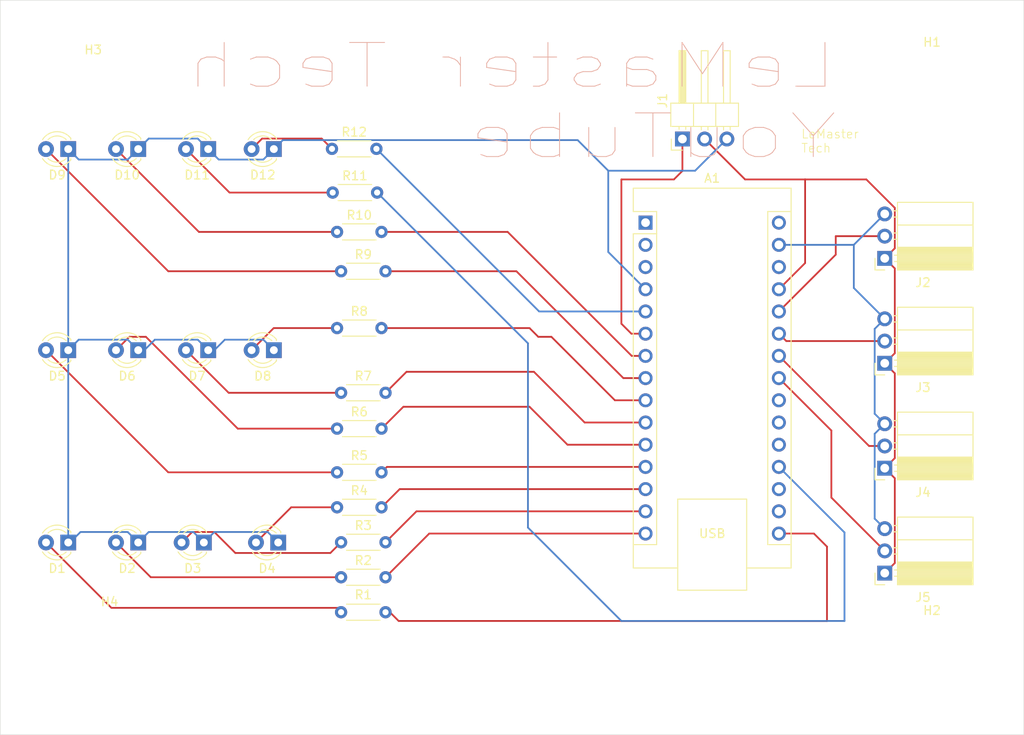
<source format=kicad_pcb>
(kicad_pcb (version 20240108) (generator "pcbnew") (generator_version "8.0")
  (layers (0 "F.Cu" signal) (31 "B.Cu" signal) (34 "B.Paste" user) (35 "F.Paste" user) (36 "B.SilkS" user "B.Silkscreen") (37 "F.SilkS" user "F.Silkscreen") (38 "B.Mask" user) (39 "F.Mask" user) (44 "Edge.Cuts" user))
  (net 0 "")
  (net 3 "Net-(D1-K)")
  (net 4 "Net-(A1-D11)")
  (net 5 "Net-(A1-D7)")
  (net 6 "Net-(A1-D6)")
  (net 7 "Net-(A1-D10)")
  (net 8 "Net-(A1-~{RESET}-Pad28)")
  (net 9 "Net-(A1-A4)")
  (net 10 "Net-(A1-A0)")
  (net 12 "Net-(A1-+5V)")
  (net 13 "Net-(A1-D4)")
  (net 15 "Net-(A1-A7)")
  (net 16 "Net-(A1-D8)")
  (net 17 "Net-(A1-A5)")
  (net 18 "Net-(A1-D13)")
  (net 20 "Net-(A1-D9)")
  (net 21 "Net-(A1-D3)")
  (net 23 "Net-(A1-D2)")
  (net 24 "Net-(A1-D5)")
  (net 25 "Net-(A1-D12)")
  (net 28 "Net-(A1-A6)")
  (net 29 "Net-(J2-Pin_3)")
  (net 30 "Net-(D1-A)")
  (net 31 "Net-(D2-A)")
  (net 32 "Net-(D3-A)")
  (net 33 "Net-(D4-A)")
  (net 34 "Net-(D5-A)")
  (net 35 "Net-(D6-A)")
  (net 36 "Net-(D7-A)")
  (net 37 "Net-(D8-A)")
  (net 38 "Net-(D9-A)")
  (net 39 "Net-(D10-A)")
  (net 40 "Net-(D11-A)")
  (net 41 "Net-(D12-A)")
  (footprint "Connector_PinSocket_2.54mm:PinSocket_1x03_P2.54mm_Horizontal" (layer "F.Cu") (at 160.6 98.025 180)
    (property "Reference" "J5" (at -4.38 -2.77 180) (layer "F.SilkS"))
    (property "Value" "Conn_01x03_Socket")
    (pad "1" thru_hole rect (at 0 0 180) (size 1.7 1.7) (drill 1) (layers "*.Cu" "*.Mask") (net 12 "Net-(A1-+5V)"))
    (pad "2" thru_hole oval (at 0 2.54 180) (size 1.7 1.7) (drill 1) (layers "*.Cu" "*.Mask") (net 9 "Net-(A1-A4)"))
    (pad "3" thru_hole oval (at 0 5.08 180) (size 1.7 1.7) (drill 1) (layers "*.Cu" "*.Mask") (net 29 "Net-(J2-Pin_3)"))
  )
  (footprint "LED_THT:LED_D3.0mm" (layer "F.Cu") (at 75.275 94.525 180)
    (property "Reference" "D2" (at 1.27 -2.96 180) (layer "F.SilkS"))
    (property "Value" "RED LED")
    (pad "1" thru_hole rect (at 0 0 180) (size 1.8 1.8) (drill 0.9) (layers "*.Cu" "*.Mask") (net 3 "Net-(D1-K)"))
    (pad "2" thru_hole circle (at 2.54 0 180) (size 1.8 1.8) (drill 0.9) (layers "*.Cu" "*.Mask") (net 31 "Net-(D2-A)"))
  )
  (footprint "LED_THT:LED_D3.0mm" (layer "F.Cu") (at 67.275 72.525 180)
    (property "Reference" "D5" (at 1.27 -2.96 180) (layer "F.SilkS"))
    (property "Value" "GREEN LED")
    (pad "1" thru_hole rect (at 0 0 180) (size 1.8 1.8) (drill 0.9) (layers "*.Cu" "*.Mask") (net 3 "Net-(D1-K)"))
    (pad "2" thru_hole circle (at 2.54 0 180) (size 1.8 1.8) (drill 0.9) (layers "*.Cu" "*.Mask") (net 34 "Net-(D5-A)"))
  )
  (footprint "LED_THT:LED_D3.0mm" (layer "F.Cu") (at 67.275 94.525 180)
    (property "Reference" "D1" (at 1.27 -2.96 180) (layer "F.SilkS"))
    (property "Value" "RED LED")
    (pad "1" thru_hole rect (at 0 0 180) (size 1.8 1.8) (drill 0.9) (layers "*.Cu" "*.Mask") (net 3 "Net-(D1-K)"))
    (pad "2" thru_hole circle (at 2.54 0 180) (size 1.8 1.8) (drill 0.9) (layers "*.Cu" "*.Mask") (net 30 "Net-(D1-A)"))
  )
  (footprint "Resistor_THT:R_Axial_DIN0204_L3.6mm_D1.6mm_P5.08mm_Horizontal" (layer "F.Cu") (at 97.42 49.5)
    (property "Reference" "R12" (at 2.54 -1.92 0) (layer "F.SilkS"))
    (property "Value" "220")
    (pad "1" thru_hole circle (at 0 0) (size 1.4 1.4) (drill 0.7) (layers "*.Cu" "*.Mask") (net 41 "Net-(D12-A)"))
    (pad "2" thru_hole oval (at 5.08 0) (size 1.4 1.4) (drill 0.7) (layers "*.Cu" "*.Mask") (net 23 "Net-(A1-D2)"))
  )
  (footprint "Resistor_THT:R_Axial_DIN0204_L3.6mm_D1.6mm_P5.08mm_Horizontal" (layer "F.Cu") (at 98 86.5)
    (property "Reference" "R5" (at 2.54 -1.92 0) (layer "F.SilkS"))
    (property "Value" "220")
    (pad "1" thru_hole circle (at 0 0) (size 1.4 1.4) (drill 0.7) (layers "*.Cu" "*.Mask") (net 34 "Net-(D5-A)"))
    (pad "2" thru_hole oval (at 5.08 0) (size 1.4 1.4) (drill 0.7) (layers "*.Cu" "*.Mask") (net 20 "Net-(A1-D9)"))
  )
  (footprint "Resistor_THT:R_Axial_DIN0204_L3.6mm_D1.6mm_P5.08mm_Horizontal" (layer "F.Cu") (at 98 59)
    (property "Reference" "R10" (at 2.54 -1.92 0) (layer "F.SilkS"))
    (property "Value" "220")
    (pad "1" thru_hole circle (at 0 0) (size 1.4 1.4) (drill 0.7) (layers "*.Cu" "*.Mask") (net 39 "Net-(D10-A)"))
    (pad "2" thru_hole oval (at 5.08 0) (size 1.4 1.4) (drill 0.7) (layers "*.Cu" "*.Mask") (net 13 "Net-(A1-D4)"))
  )
  (footprint "Resistor_THT:R_Axial_DIN0204_L3.6mm_D1.6mm_P5.08mm_Horizontal" (layer "F.Cu") (at 98.46 63.5)
    (property "Reference" "R9" (at 2.54 -1.92 0) (layer "F.SilkS"))
    (property "Value" "220")
    (pad "1" thru_hole circle (at 0 0) (size 1.4 1.4) (drill 0.7) (layers "*.Cu" "*.Mask") (net 38 "Net-(D9-A)"))
    (pad "2" thru_hole oval (at 5.08 0) (size 1.4 1.4) (drill 0.7) (layers "*.Cu" "*.Mask") (net 24 "Net-(A1-D5)"))
  )
  (footprint "LED_THT:LED_D3.0mm" (layer "F.Cu") (at 75.275 49.525 180)
    (property "Reference" "D10" (at 1.27 -2.96 180) (layer "F.SilkS"))
    (property "Value" "WHITE LED")
    (pad "1" thru_hole rect (at 0 0 180) (size 1.8 1.8) (drill 0.9) (layers "*.Cu" "*.Mask") (net 3 "Net-(D1-K)"))
    (pad "2" thru_hole circle (at 2.54 0 180) (size 1.8 1.8) (drill 0.9) (layers "*.Cu" "*.Mask") (net 39 "Net-(D10-A)"))
  )
  (footprint "LED_THT:LED_D3.0mm" (layer "F.Cu") (at 91.275 94.525 180)
    (property "Reference" "D4" (at 1.27 -2.96 180) (layer "F.SilkS"))
    (property "Value" "RED LED")
    (pad "1" thru_hole rect (at 0 0 180) (size 1.8 1.8) (drill 0.9) (layers "*.Cu" "*.Mask") (net 3 "Net-(D1-K)"))
    (pad "2" thru_hole circle (at 2.54 0 180) (size 1.8 1.8) (drill 0.9) (layers "*.Cu" "*.Mask") (net 33 "Net-(D4-A)"))
  )
  (footprint "LED_THT:LED_D3.0mm" (layer "F.Cu") (at 90.775 72.525 180)
    (property "Reference" "D8" (at 1.27 -2.96 180) (layer "F.SilkS"))
    (property "Value" "GREEN LED")
    (pad "1" thru_hole rect (at 0 0 180) (size 1.8 1.8) (drill 0.9) (layers "*.Cu" "*.Mask") (net 3 "Net-(D1-K)"))
    (pad "2" thru_hole circle (at 2.54 0 180) (size 1.8 1.8) (drill 0.9) (layers "*.Cu" "*.Mask") (net 37 "Net-(D8-A)"))
  )
  (footprint "Connector_PinHeader_2.54mm:PinHeader_1x03_P2.54mm_Horizontal" (layer "F.Cu") (at 137.475 48.375 90)
    (property "Reference" "J1" (at 4.385 -2.27 -90) (layer "F.SilkS"))
    (property "Value" "Conn_01x03_Pin")
    (pad "1" thru_hole rect (at 0 0 90) (size 1.7 1.7) (drill 1) (layers "*.Cu" "*.Mask") (net 21 "Net-(A1-D3)"))
    (pad "2" thru_hole oval (at 0 2.54 90) (size 1.7 1.7) (drill 1) (layers "*.Cu" "*.Mask") (net 12 "Net-(A1-+5V)"))
    (pad "3" thru_hole oval (at 0 5.08 90) (size 1.7 1.7) (drill 1) (layers "*.Cu" "*.Mask") (net 3 "Net-(D1-K)"))
  )
  (footprint "Connector_PinSocket_2.54mm:PinSocket_1x03_P2.54mm_Horizontal" (layer "F.Cu") (at 160.6 74.025 180)
    (property "Reference" "J3" (at -4.38 -2.77 180) (layer "F.SilkS"))
    (property "Value" "Conn_01x03_Socket")
    (pad "1" thru_hole rect (at 0 0 180) (size 1.7 1.7) (drill 1) (layers "*.Cu" "*.Mask") (net 12 "Net-(A1-+5V)"))
    (pad "2" thru_hole oval (at 0 2.54 180) (size 1.7 1.7) (drill 1) (layers "*.Cu" "*.Mask") (net 28 "Net-(A1-A6)"))
    (pad "3" thru_hole oval (at 0 5.08 180) (size 1.7 1.7) (drill 1) (layers "*.Cu" "*.Mask") (net 29 "Net-(J2-Pin_3)"))
  )
  (footprint "LED_THT:LED_D3.0mm" (layer "F.Cu") (at 82.775 94.525 180)
    (property "Reference" "D3" (at 1.27 -2.96 180) (layer "F.SilkS"))
    (property "Value" "RED LED")
    (pad "1" thru_hole rect (at 0 0 180) (size 1.8 1.8) (drill 0.9) (layers "*.Cu" "*.Mask") (net 3 "Net-(D1-K)"))
    (pad "2" thru_hole circle (at 2.54 0 180) (size 1.8 1.8) (drill 0.9) (layers "*.Cu" "*.Mask") (net 32 "Net-(D3-A)"))
  )
  (footprint "Resistor_THT:R_Axial_DIN0204_L3.6mm_D1.6mm_P5.08mm_Horizontal" (layer "F.Cu") (at 98 90.5)
    (property "Reference" "R4" (at 2.54 -1.92 0) (layer "F.SilkS"))
    (property "Value" "220")
    (pad "1" thru_hole circle (at 0 0) (size 1.4 1.4) (drill 0.7) (layers "*.Cu" "*.Mask") (net 33 "Net-(D4-A)"))
    (pad "2" thru_hole oval (at 5.08 0) (size 1.4 1.4) (drill 0.7) (layers "*.Cu" "*.Mask") (net 7 "Net-(A1-D10)"))
  )
  (footprint "Resistor_THT:R_Axial_DIN0204_L3.6mm_D1.6mm_P5.08mm_Horizontal" (layer "F.Cu") (at 97.5 54.5)
    (property "Reference" "R11" (at 2.54 -1.92 0) (layer "F.SilkS"))
    (property "Value" "220")
    (pad "1" thru_hole circle (at 0 0) (size 1.4 1.4) (drill 0.7) (layers "*.Cu" "*.Mask") (net 40 "Net-(D11-A)"))
    (pad "2" thru_hole oval (at 5.08 0) (size 1.4 1.4) (drill 0.7) (layers "*.Cu" "*.Mask") (net 10 "Net-(A1-A0)"))
  )
  (footprint "MountingHole:MountingHole_3.2mm_M3" (layer "F.Cu") (at 166 41.5)
    (property "Reference" "H1" (at 0 -4.2 0) (layer "F.SilkS"))
    (property "Value" "MountingHole")
    (pad "" np_thru_hole circle (at 0 0) (size 3.2 3.2) (drill 3.2) (layers "*.Cu" "*.Mask"))
  )
  (footprint "LED_THT:LED_D3.0mm" (layer "F.Cu") (at 83.275 49.525 180)
    (property "Reference" "D11" (at 1.27 -2.96 180) (layer "F.SilkS"))
    (property "Value" "WHITE LED")
    (pad "1" thru_hole rect (at 0 0 180) (size 1.8 1.8) (drill 0.9) (layers "*.Cu" "*.Mask") (net 3 "Net-(D1-K)"))
    (pad "2" thru_hole circle (at 2.54 0 180) (size 1.8 1.8) (drill 0.9) (layers "*.Cu" "*.Mask") (net 40 "Net-(D11-A)"))
  )
  (footprint "LED_THT:LED_D3.0mm" (layer "F.Cu") (at 90.775 49.525 180)
    (property "Reference" "D12" (at 1.27 -2.96 180) (layer "F.SilkS"))
    (property "Value" "WHITE LED")
    (pad "1" thru_hole rect (at 0 0 180) (size 1.8 1.8) (drill 0.9) (layers "*.Cu" "*.Mask") (net 3 "Net-(D1-K)"))
    (pad "2" thru_hole circle (at 2.54 0 180) (size 1.8 1.8) (drill 0.9) (layers "*.Cu" "*.Mask") (net 41 "Net-(D12-A)"))
  )
  (footprint "Connector_PinSocket_2.54mm:PinSocket_1x03_P2.54mm_Horizontal" (layer "F.Cu") (at 160.6 62.025 180)
    (property "Reference" "J2" (at -4.38 -2.77 180) (layer "F.SilkS"))
    (property "Value" "Conn_01x03_Socket")
    (pad "1" thru_hole rect (at 0 0 180) (size 1.7 1.7) (drill 1) (layers "*.Cu" "*.Mask") (net 12 "Net-(A1-+5V)"))
    (pad "2" thru_hole oval (at 0 2.54 180) (size 1.7 1.7) (drill 1) (layers "*.Cu" "*.Mask") (net 15 "Net-(A1-A7)"))
    (pad "3" thru_hole oval (at 0 5.08 180) (size 1.7 1.7) (drill 1) (layers "*.Cu" "*.Mask") (net 29 "Net-(J2-Pin_3)"))
  )
  (footprint "Module:Arduino_Nano" (layer "F.Cu") (at 133.26 57.94)
    (property "Reference" "A1" (at 7.62 -5.08 0) (layer "F.SilkS"))
    (property "Value" "Arduino_Nano_v3.x")
    (fp_text user "USB" (at 7.62 35.56 0) (layer "F.SilkS"))
    (pad "1" thru_hole rect (at 0 0) (size 1.6 1.6) (drill 1) (layers "*.Cu" "*.Mask"))
    (pad "2" thru_hole oval (at 0 2.54) (size 1.6 1.6) (drill 1) (layers "*.Cu" "*.Mask"))
    (pad "3" thru_hole oval (at 0 5.08) (size 1.6 1.6) (drill 1) (layers "*.Cu" "*.Mask") (net 8 "Net-(A1-~{RESET}-Pad28)"))
    (pad "4" thru_hole oval (at 0 7.62) (size 1.6 1.6) (drill 1) (layers "*.Cu" "*.Mask") (net 3 "Net-(D1-K)"))
    (pad "5" thru_hole oval (at 0 10.16) (size 1.6 1.6) (drill 1) (layers "*.Cu" "*.Mask") (net 23 "Net-(A1-D2)"))
    (pad "6" thru_hole oval (at 0 12.7) (size 1.6 1.6) (drill 1) (layers "*.Cu" "*.Mask") (net 21 "Net-(A1-D3)"))
    (pad "7" thru_hole oval (at 0 15.24) (size 1.6 1.6) (drill 1) (layers "*.Cu" "*.Mask") (net 13 "Net-(A1-D4)"))
    (pad "8" thru_hole oval (at 0 17.78) (size 1.6 1.6) (drill 1) (layers "*.Cu" "*.Mask") (net 24 "Net-(A1-D5)"))
    (pad "9" thru_hole oval (at 0 20.32) (size 1.6 1.6) (drill 1) (layers "*.Cu" "*.Mask") (net 6 "Net-(A1-D6)"))
    (pad "10" thru_hole oval (at 0 22.86) (size 1.6 1.6) (drill 1) (layers "*.Cu" "*.Mask") (net 5 "Net-(A1-D7)"))
    (pad "11" thru_hole oval (at 0 25.4) (size 1.6 1.6) (drill 1) (layers "*.Cu" "*.Mask") (net 16 "Net-(A1-D8)"))
    (pad "12" thru_hole oval (at 0 27.94) (size 1.6 1.6) (drill 1) (layers "*.Cu" "*.Mask") (net 20 "Net-(A1-D9)"))
    (pad "13" thru_hole oval (at 0 30.48) (size 1.6 1.6) (drill 1) (layers "*.Cu" "*.Mask") (net 7 "Net-(A1-D10)"))
    (pad "14" thru_hole oval (at 0 33.02) (size 1.6 1.6) (drill 1) (layers "*.Cu" "*.Mask") (net 4 "Net-(A1-D11)"))
    (pad "15" thru_hole oval (at 0 35.56) (size 1.6 1.6) (drill 1) (layers "*.Cu" "*.Mask") (net 25 "Net-(A1-D12)"))
    (pad "16" thru_hole oval (at 15.24 35.56) (size 1.6 1.6) (drill 1) (layers "*.Cu" "*.Mask") (net 18 "Net-(A1-D13)"))
    (pad "17" thru_hole oval (at 15.24 33.02) (size 1.6 1.6) (drill 1) (layers "*.Cu" "*.Mask"))
    (pad "18" thru_hole oval (at 15.24 30.48) (size 1.6 1.6) (drill 1) (layers "*.Cu" "*.Mask"))
    (pad "19" thru_hole oval (at 15.24 27.94) (size 1.6 1.6) (drill 1) (layers "*.Cu" "*.Mask") (net 10 "Net-(A1-A0)"))
    (pad "20" thru_hole oval (at 15.24 25.4) (size 1.6 1.6) (drill 1) (layers "*.Cu" "*.Mask"))
    (pad "21" thru_hole oval (at 15.24 22.86) (size 1.6 1.6) (drill 1) (layers "*.Cu" "*.Mask"))
    (pad "22" thru_hole oval (at 15.24 20.32) (size 1.6 1.6) (drill 1) (layers "*.Cu" "*.Mask"))
    (pad "23" thru_hole oval (at 15.24 17.78) (size 1.6 1.6) (drill 1) (layers "*.Cu" "*.Mask") (net 9 "Net-(A1-A4)"))
    (pad "24" thru_hole oval (at 15.24 15.24) (size 1.6 1.6) (drill 1) (layers "*.Cu" "*.Mask") (net 17 "Net-(A1-A5)"))
    (pad "25" thru_hole oval (at 15.24 12.7) (size 1.6 1.6) (drill 1) (layers "*.Cu" "*.Mask") (net 28 "Net-(A1-A6)"))
    (pad "26" thru_hole oval (at 15.24 10.16) (size 1.6 1.6) (drill 1) (layers "*.Cu" "*.Mask") (net 15 "Net-(A1-A7)"))
    (pad "27" thru_hole oval (at 15.24 7.62) (size 1.6 1.6) (drill 1) (layers "*.Cu" "*.Mask") (net 12 "Net-(A1-+5V)"))
    (pad "28" thru_hole oval (at 15.24 5.08) (size 1.6 1.6) (drill 1) (layers "*.Cu" "*.Mask") (net 8 "Net-(A1-~{RESET}-Pad28)"))
    (pad "29" thru_hole oval (at 15.24 2.54) (size 1.6 1.6) (drill 1) (layers "*.Cu" "*.Mask") (net 29 "Net-(J2-Pin_3)"))
    (pad "30" thru_hole oval (at 15.24 0) (size 1.6 1.6) (drill 1) (layers "*.Cu" "*.Mask"))
  )
  (footprint "LED_THT:LED_D3.0mm" (layer "F.Cu") (at 83.275 72.525 180)
    (property "Reference" "D7" (at 1.27 -2.96 180) (layer "F.SilkS"))
    (property "Value" "GREEN LED")
    (pad "1" thru_hole rect (at 0 0 180) (size 1.8 1.8) (drill 0.9) (layers "*.Cu" "*.Mask") (net 3 "Net-(D1-K)"))
    (pad "2" thru_hole circle (at 2.54 0 180) (size 1.8 1.8) (drill 0.9) (layers "*.Cu" "*.Mask") (net 36 "Net-(D7-A)"))
  )
  (footprint "LED_THT:LED_D3.0mm" (layer "F.Cu") (at 67.275 49.525 180)
    (property "Reference" "D9" (at 1.27 -2.96 180) (layer "F.SilkS"))
    (property "Value" "WHITE LED")
    (pad "1" thru_hole rect (at 0 0 180) (size 1.8 1.8) (drill 0.9) (layers "*.Cu" "*.Mask") (net 3 "Net-(D1-K)"))
    (pad "2" thru_hole circle (at 2.54 0 180) (size 1.8 1.8) (drill 0.9) (layers "*.Cu" "*.Mask") (net 38 "Net-(D9-A)"))
  )
  (footprint "MountingHole:MountingHole_3.2mm_M3" (layer "F.Cu") (at 70.125 42.375)
    (property "Reference" "H3" (at 0 -4.2 0) (layer "F.SilkS"))
    (property "Value" "MountingHole")
    (pad "" np_thru_hole circle (at 0 0) (size 3.2 3.2) (drill 3.2) (layers "*.Cu" "*.Mask"))
  )
  (footprint "Resistor_THT:R_Axial_DIN0204_L3.6mm_D1.6mm_P5.08mm_Horizontal" (layer "F.Cu") (at 98 70)
    (property "Reference" "R8" (at 2.54 -1.92 0) (layer "F.SilkS"))
    (property "Value" "220")
    (pad "1" thru_hole circle (at 0 0) (size 1.4 1.4) (drill 0.7) (layers "*.Cu" "*.Mask") (net 37 "Net-(D8-A)"))
    (pad "2" thru_hole oval (at 5.08 0) (size 1.4 1.4) (drill 0.7) (layers "*.Cu" "*.Mask") (net 6 "Net-(A1-D6)"))
  )
  (footprint "Resistor_THT:R_Axial_DIN0204_L3.6mm_D1.6mm_P5.08mm_Horizontal" (layer "F.Cu") (at 98.46 98.5)
    (property "Reference" "R2" (at 2.54 -1.92 0) (layer "F.SilkS"))
    (property "Value" "220")
    (pad "1" thru_hole circle (at 0 0) (size 1.4 1.4) (drill 0.7) (layers "*.Cu" "*.Mask") (net 31 "Net-(D2-A)"))
    (pad "2" thru_hole oval (at 5.08 0) (size 1.4 1.4) (drill 0.7) (layers "*.Cu" "*.Mask") (net 25 "Net-(A1-D12)"))
  )
  (footprint "MountingHole:MountingHole_3.2mm_M3" (layer "F.Cu") (at 166 106.5)
    (property "Reference" "H2" (at 0 -4.2 0) (layer "F.SilkS"))
    (property "Value" "MountingHole")
    (pad "" np_thru_hole circle (at 0 0) (size 3.2 3.2) (drill 3.2) (layers "*.Cu" "*.Mask"))
  )
  (footprint "MountingHole:MountingHole_3.2mm_M3" (layer "F.Cu") (at 72 105.5)
    (property "Reference" "H4" (at 0 -4.2 0) (layer "F.SilkS"))
    (property "Value" "MountingHole")
    (pad "" np_thru_hole circle (at 0 0) (size 3.2 3.2) (drill 3.2) (layers "*.Cu" "*.Mask"))
  )
  (footprint "Resistor_THT:R_Axial_DIN0204_L3.6mm_D1.6mm_P5.08mm_Horizontal" (layer "F.Cu") (at 98.46 77.4)
    (property "Reference" "R7" (at 2.54 -1.92 0) (layer "F.SilkS"))
    (property "Value" "220")
    (pad "1" thru_hole circle (at 0 0) (size 1.4 1.4) (drill 0.7) (layers "*.Cu" "*.Mask") (net 36 "Net-(D7-A)"))
    (pad "2" thru_hole oval (at 5.08 0) (size 1.4 1.4) (drill 0.7) (layers "*.Cu" "*.Mask") (net 5 "Net-(A1-D7)"))
  )
  (footprint "Connector_PinSocket_2.54mm:PinSocket_1x03_P2.54mm_Horizontal" (layer "F.Cu") (at 160.6 86.025 180)
    (property "Reference" "J4" (at -4.38 -2.77 180) (layer "F.SilkS"))
    (property "Value" "Conn_01x03_Socket")
    (pad "1" thru_hole rect (at 0 0 180) (size 1.7 1.7) (drill 1) (layers "*.Cu" "*.Mask") (net 12 "Net-(A1-+5V)"))
    (pad "2" thru_hole oval (at 0 2.54 180) (size 1.7 1.7) (drill 1) (layers "*.Cu" "*.Mask") (net 17 "Net-(A1-A5)"))
    (pad "3" thru_hole oval (at 0 5.08 180) (size 1.7 1.7) (drill 1) (layers "*.Cu" "*.Mask") (net 29 "Net-(J2-Pin_3)"))
  )
  (footprint "Resistor_THT:R_Axial_DIN0204_L3.6mm_D1.6mm_P5.08mm_Horizontal" (layer "F.Cu") (at 98 81.5)
    (property "Reference" "R6" (at 2.54 -1.92 0) (layer "F.SilkS"))
    (property "Value" "220")
    (pad "1" thru_hole circle (at 0 0) (size 1.4 1.4) (drill 0.7) (layers "*.Cu" "*.Mask") (net 35 "Net-(D6-A)"))
    (pad "2" thru_hole oval (at 5.08 0) (size 1.4 1.4) (drill 0.7) (layers "*.Cu" "*.Mask") (net 16 "Net-(A1-D8)"))
  )
  (footprint "LED_THT:LED_D3.0mm" (layer "F.Cu") (at 75.275 72.525 180)
    (property "Reference" "D6" (at 1.27 -2.96 180) (layer "F.SilkS"))
    (property "Value" "GREEN LED")
    (pad "1" thru_hole rect (at 0 0 180) (size 1.8 1.8) (drill 0.9) (layers "*.Cu" "*.Mask") (net 3 "Net-(D1-K)"))
    (pad "2" thru_hole circle (at 2.54 0 180) (size 1.8 1.8) (drill 0.9) (layers "*.Cu" "*.Mask") (net 35 "Net-(D6-A)"))
  )
  (footprint "Resistor_THT:R_Axial_DIN0204_L3.6mm_D1.6mm_P5.08mm_Horizontal" (layer "F.Cu") (at 98.46 94.5)
    (property "Reference" "R3" (at 2.54 -1.92 0) (layer "F.SilkS"))
    (property "Value" "220")
    (pad "1" thru_hole circle (at 0 0) (size 1.4 1.4) (drill 0.7) (layers "*.Cu" "*.Mask") (net 32 "Net-(D3-A)"))
    (pad "2" thru_hole oval (at 5.08 0) (size 1.4 1.4) (drill 0.7) (layers "*.Cu" "*.Mask") (net 4 "Net-(A1-D11)"))
  )
  (footprint "Resistor_THT:R_Axial_DIN0204_L3.6mm_D1.6mm_P5.08mm_Horizontal" (layer "F.Cu") (at 98.46 102.5)
    (property "Reference" "R1" (at 2.54 -2 0) (layer "F.SilkS"))
    (property "Value" "220")
    (pad "1" thru_hole circle (at 0 0) (size 1.4 1.4) (drill 0.7) (layers "*.Cu" "*.Mask") (net 30 "Net-(D1-A)"))
    (pad "2" thru_hole oval (at 5.08 0) (size 1.4 1.4) (drill 0.7) (layers "*.Cu" "*.Mask") (net 18 "Net-(A1-D13)"))
  )
  (gr_rect (start 59.5 32.5) (end 176.5 116.5) (stroke (width 0.05)) (fill none) (layer "Edge.Cuts"))
  (gr_text "LeMaster Tech\nYouTube" (at 155.5 51 0) (layer "B.SilkS") (effects (font (size 5 7) (thickness 0.1)) (justify left bottom mirror)))
  (gr_text "LeMaster\nTech" (at 151 50 0) (layer "F.SilkS") (effects (font (size 1 1) (thickness 0.1)) (justify left bottom)))
  (segment (start 75.975 72.525) (end 77.175 71.325) (width 0.2) (layer "B.Cu") (net 3))
  (segment (start 76.475 93.325) (end 81.575 93.325) (width 0.2) (layer "B.Cu") (net 3))
  (segment (start 67.275 94.525) (end 67.475 94.525) (width 0.2) (layer "B.Cu") (net 3))
  (segment (start 76.475 48.325) (end 82.075 48.325) (width 0.2) (layer "B.Cu") (net 3))
  (segment (start 67.275 72.525) (end 68.475 71.325) (width 0.2) (layer "B.Cu") (net 3))
  (segment (start 77.175 71.325) (end 82.075 71.325) (width 0.2) (layer "B.Cu") (net 3))
  (segment (start 74.075 71.325) (end 75.275 72.525) (width 0.2) (layer "B.Cu") (net 3))
  (segment (start 129 52) (end 138.93 52) (width 0.2) (layer "B.Cu") (net 3))
  (segment (start 83.975 93.325) (end 90.075 93.325) (width 0.2) (layer "B.Cu") (net 3))
  (segment (start 84.475 50.725) (end 83.275 49.525) (width 0.2) (layer "B.Cu") (net 3))
  (segment (start 67.275 49.525) (end 68.475 50.725) (width 0.2) (layer "B.Cu") (net 3))
  (segment (start 68.475 50.725) (end 74.075 50.725) (width 0.2) (layer "B.Cu") (net 3))
  (segment (start 82.075 71.325) (end 83.275 72.525) (width 0.2) (layer "B.Cu") (net 3))
  (segment (start 83.975 72.525) (end 85.175 71.325) (width 0.2) (layer "B.Cu") (net 3))
  (segment (start 89.575 71.325) (end 90.775 72.525) (width 0.2) (layer "B.Cu") (net 3))
  (segment (start 74.075 93.325) (end 75.275 94.525) (width 0.2) (layer "B.Cu") (net 3))
  (segment (start 91.8 48.5) (end 90.775 49.525) (width 0.2) (layer "B.Cu") (net 3))
  (segment (start 85.175 71.325) (end 89.575 71.325) (width 0.2) (layer "B.Cu") (net 3))
  (segment (start 68.475 71.325) (end 74.075 71.325) (width 0.2) (layer "B.Cu") (net 3))
  (segment (start 89.575 50.725) (end 84.475 50.725) (width 0.2) (layer "B.Cu") (net 3))
  (segment (start 75.275 72.525) (end 75.975 72.525) (width 0.2) (layer "B.Cu") (net 3))
  (segment (start 90.775 49.525) (end 89.575 50.725) (width 0.2) (layer "B.Cu") (net 3))
  (segment (start 83.275 72.525) (end 83.975 72.525) (width 0.2) (layer "B.Cu") (net 3))
  (segment (start 129 52) (end 125.5 48.5) (width 0.2) (layer "B.Cu") (net 3))
  (segment (start 74.075 50.725) (end 75.275 49.525) (width 0.2) (layer "B.Cu") (net 3))
  (segment (start 75.275 49.525) (end 76.475 48.325) (width 0.2) (layer "B.Cu") (net 3))
  (segment (start 67.275 72.525) (end 67.275 94.525) (width 0.2) (layer "B.Cu") (net 3))
  (segment (start 68.675 93.325) (end 74.075 93.325) (width 0.2) (layer "B.Cu") (net 3))
  (segment (start 125.5 48.5) (end 91.8 48.5) (width 0.2) (layer "B.Cu") (net 3))
  (segment (start 82.075 48.325) (end 83.275 49.525) (width 0.2) (layer "B.Cu") (net 3))
  (segment (start 81.575 93.325) (end 82.775 94.525) (width 0.2) (layer "B.Cu") (net 3))
  (segment (start 67.475 94.525) (end 68.675 93.325) (width 0.2) (layer "B.Cu") (net 3))
  (segment (start 133.26 65.56) (end 129 61.3) (width 0.2) (layer "B.Cu") (net 3))
  (segment (start 82.775 94.525) (end 83.975 93.325) (width 0.2) (layer "B.Cu") (net 3))
  (segment (start 67.275 72.525) (end 67.275 49.525) (width 0.2) (layer "B.Cu") (net 3))
  (segment (start 138.93 52) (end 142.555 48.375) (width 0.2) (layer "B.Cu") (net 3))
  (segment (start 75.275 94.525) (end 76.475 93.325) (width 0.2) (layer "B.Cu") (net 3))
  (segment (start 90.075 93.325) (end 91.275 94.525) (width 0.2) (layer "B.Cu") (net 3))
  (segment (start 129 61.3) (end 129 52) (width 0.2) (layer "B.Cu") (net 3))
  (segment (start 107.08 90.96) (end 103.54 94.5) (width 0.2) (layer "F.Cu") (net 4))
  (segment (start 133.26 90.96) (end 107.08 90.96) (width 0.2) (layer "F.Cu") (net 4))
  (segment (start 133.26 80.8) (end 126.3 80.8) (width 0.2) (layer "F.Cu") (net 5))
  (segment (start 120.5 75) (end 105.94 75) (width 0.2) (layer "F.Cu") (net 5))
  (segment (start 105.94 75) (end 103.54 77.4) (width 0.2) (layer "F.Cu") (net 5))
  (segment (start 126.3 80.8) (end 120.5 75) (width 0.2) (layer "F.Cu") (net 5))
  (segment (start 133.26 78.26) (end 129.76 78.26) (width 0.2) (layer "F.Cu") (net 6))
  (segment (start 120 70) (end 103.08 70) (width 0.2) (layer "F.Cu") (net 6))
  (segment (start 121 71) (end 120 70) (width 0.2) (layer "F.Cu") (net 6))
  (segment (start 122.5 71) (end 121 71) (width 0.2) (layer "F.Cu") (net 6))
  (segment (start 129.76 78.26) (end 122.5 71) (width 0.2) (layer "F.Cu") (net 6))
  (segment (start 133.26 88.42) (end 105.16 88.42) (width 0.2) (layer "F.Cu") (net 7))
  (segment (start 105.16 88.42) (end 103.08 90.5) (width 0.2) (layer "F.Cu") (net 7))
  (segment (start 160.6 95.485) (end 154.5 89.385) (width 0.2) (layer "F.Cu") (net 9))
  (segment (start 154.5 81.72) (end 148.5 75.72) (width 0.2) (layer "F.Cu") (net 9))
  (segment (start 154.5 89.385) (end 154.5 81.72) (width 0.2) (layer "F.Cu") (net 9))
  (segment (start 102.58 54.5) (end 119.82 71.74) (width 0.2) (layer "B.Cu") (net 10))
  (segment (start 156 93.38) (end 148.5 85.88) (width 0.2) (layer "B.Cu") (net 10))
  (segment (start 156 103.5) (end 156 93.38) (width 0.2) (layer "B.Cu") (net 10))
  (segment (start 119.82 71.74) (end 119.82 92.82) (width 0.2) (layer "B.Cu") (net 10))
  (segment (start 130.5 103.5) (end 156 103.5) (width 0.2) (layer "B.Cu") (net 10))
  (segment (start 119.82 92.82) (end 130.5 103.5) (width 0.2) (layer "B.Cu") (net 10))
  (segment (start 161.75 63.175) (end 161.75 72.875) (width 0.2) (layer "F.Cu") (net 12))
  (segment (start 160.6 62.025) (end 161.75 63.175) (width 0.2) (layer "F.Cu") (net 12))
  (segment (start 160.6 62.025) (end 161.75 60.875) (width 0.2) (layer "F.Cu") (net 12))
  (segment (start 161.75 72.875) (end 160.6 74.025) (width 0.2) (layer "F.Cu") (net 12))
  (segment (start 161.75 96.875) (end 160.6 98.025) (width 0.2) (layer "F.Cu") (net 12))
  (segment (start 161.75 60.875) (end 161.75 56.25) (width 0.2) (layer "F.Cu") (net 12))
  (segment (start 160.6 86.025) (end 161.75 87.175) (width 0.2) (layer "F.Cu") (net 12))
  (segment (start 140.015 48.375) (end 144.64 53) (width 0.2) (layer "F.Cu") (net 12))
  (segment (start 161.75 75.175) (end 161.75 84.875) (width 0.2) (layer "F.Cu") (net 12))
  (segment (start 161.75 87.175) (end 161.75 96.875) (width 0.2) (layer "F.Cu") (net 12))
  (segment (start 161.75 56.25) (end 158.5 53) (width 0.2) (layer "F.Cu") (net 12))
  (segment (start 161.75 84.875) (end 160.6 86.025) (width 0.2) (layer "F.Cu") (net 12))
  (segment (start 151.5 62.56) (end 148.5 65.56) (width 0.2) (layer "F.Cu") (net 12))
  (segment (start 151.5 53) (end 151.5 62.56) (width 0.2) (layer "F.Cu") (net 12))
  (segment (start 144.64 53) (end 151.5 53) (width 0.2) (layer "F.Cu") (net 12))
  (segment (start 158.5 53) (end 151.5 53) (width 0.2) (layer "F.Cu") (net 12))
  (segment (start 160.6 74.025) (end 161.75 75.175) (width 0.2) (layer "F.Cu") (net 12))
  (segment (start 131.68 73.18) (end 117.5 59) (width 0.2) (layer "F.Cu") (net 13))
  (segment (start 133.26 73.18) (end 131.68 73.18) (width 0.2) (layer "F.Cu") (net 13))
  (segment (start 117.5 59) (end 103.08 59) (width 0.2) (layer "F.Cu") (net 13))
  (segment (start 155 59.5) (end 155 61.6) (width 0.2) (layer "F.Cu") (net 15))
  (segment (start 155.015 59.485) (end 155 59.5) (width 0.2) (layer "F.Cu") (net 15))
  (segment (start 155 61.6) (end 148.5 68.1) (width 0.2) (layer "F.Cu") (net 15))
  (segment (start 160.6 59.485) (end 155.015 59.485) (width 0.2) (layer "F.Cu") (net 15))
  (segment (start 133.26 83.34) (end 124.34 83.34) (width 0.2) (layer "F.Cu") (net 16))
  (segment (start 124.34 83.34) (end 120 79) (width 0.2) (layer "F.Cu") (net 16))
  (segment (start 120 79) (end 105.58 79) (width 0.2) (layer "F.Cu") (net 16))
  (segment (start 105.58 79) (end 103.08 81.5) (width 0.2) (layer "F.Cu") (net 16))
  (segment (start 160.6 83.485) (end 158.805 83.485) (width 0.2) (layer "F.Cu") (net 17))
  (segment (start 158.805 83.485) (end 148.5 73.18) (width 0.2) (layer "F.Cu") (net 17))
  (segment (start 154 103.5) (end 105.04 103.5) (width 0.2) (layer "F.Cu") (net 18))
  (segment (start 105.04 103.5) (end 103.54 102) (width 0.2) (layer "F.Cu") (net 18))
  (segment (start 154 95) (end 154 103.5) (width 0.2) (layer "F.Cu") (net 18))
  (segment (start 148.5 93.5) (end 152.5 93.5) (width 0.2) (layer "F.Cu") (net 18))
  (segment (start 152.5 93.5) (end 154 95) (width 0.2) (layer "F.Cu") (net 18))
  (segment (start 103.7 85.88) (end 103.08 86.5) (width 0.2) (layer "F.Cu") (net 20))
  (segment (start 133.26 85.88) (end 103.7 85.88) (width 0.2) (layer "F.Cu") (net 20))
  (segment (start 131.64 70.64) (end 130.5 69.5) (width 0.2) (layer "F.Cu") (net 21))
  (segment (start 136.5 53) (end 137.475 52.025) (width 0.2) (layer "F.Cu") (net 21))
  (segment (start 133.26 70.64) (end 131.64 70.64) (width 0.2) (layer "F.Cu") (net 21))
  (segment (start 130.5 69.5) (end 130.5 53) (width 0.2) (layer "F.Cu") (net 21))
  (segment (start 130.5 53) (end 136.5 53) (width 0.2) (layer "F.Cu") (net 21))
  (segment (start 137.475 52.025) (end 137.475 48.375) (width 0.2) (layer "F.Cu") (net 21))
  (segment (start 121.1 68.1) (end 133.26 68.1) (width 0.2) (layer "B.Cu") (net 23))
  (segment (start 102.5 49.5) (end 121.1 68.1) (width 0.2) (layer "B.Cu") (net 23))
  (segment (start 118.5 63.5) (end 103.54 63.5) (width 0.2) (layer "F.Cu") (net 24))
  (segment (start 130.72 75.72) (end 118.5 63.5) (width 0.2) (layer "F.Cu") (net 24))
  (segment (start 133.26 75.72) (end 130.72 75.72) (width 0.2) (layer "F.Cu") (net 24))
  (segment (start 108.54 93.5) (end 103.54 98.5) (width 0.2) (layer "F.Cu") (net 25))
  (segment (start 133.26 93.5) (end 108.54 93.5) (width 0.2) (layer "F.Cu") (net 25))
  (segment (start 149.345 71.485) (end 148.5 70.64) (width 0.2) (layer "F.Cu") (net 28))
  (segment (start 160.6 71.485) (end 149.345 71.485) (width 0.2) (layer "F.Cu") (net 28))
  (segment (start 160.6 80.945) (end 159.45 82.095) (width 0.2) (layer "B.Cu") (net 29))
  (segment (start 148.5 60.48) (end 157.065 60.48) (width 0.2) (layer "B.Cu") (net 29))
  (segment (start 159.45 82.095) (end 159.45 91.795) (width 0.2) (layer "B.Cu") (net 29))
  (segment (start 157.065 65.41) (end 160.6 68.945) (width 0.2) (layer "B.Cu") (net 29))
  (segment (start 157.065 60.48) (end 160.6 56.945) (width 0.2) (layer "B.Cu") (net 29))
  (segment (start 160.6 68.945) (end 159.45 70.095) (width 0.2) (layer "B.Cu") (net 29))
  (segment (start 159.45 79.795) (end 160.6 80.945) (width 0.2) (layer "B.Cu") (net 29))
  (segment (start 159.45 70.095) (end 159.45 79.795) (width 0.2) (layer "B.Cu") (net 29))
  (segment (start 157.065 60.48) (end 157.065 65.41) (width 0.2) (layer "B.Cu") (net 29))
  (segment (start 159.45 91.795) (end 160.6 92.945) (width 0.2) (layer "B.Cu") (net 29))
  (segment (start 72.21 102) (end 64.735 94.525) (width 0.2) (layer "F.Cu") (net 30))
  (segment (start 98.46 102) (end 72.21 102) (width 0.2) (layer "F.Cu") (net 30))
  (segment (start 98.46 98.5) (end 76.71 98.5) (width 0.2) (layer "F.Cu") (net 31))
  (segment (start 76.71 98.5) (end 72.735 94.525) (width 0.2) (layer "F.Cu") (net 31))
  (segment (start 98.46 94.5) (end 97.235 95.725) (width 0.2) (layer "F.Cu") (net 32))
  (segment (start 81.435 93.325) (end 80.235 94.525) (width 0.2) (layer "F.Cu") (net 32))
  (segment (start 83.975 93.325) (end 81.435 93.325) (width 0.2) (layer "F.Cu") (net 32))
  (segment (start 86.375 95.725) (end 83.975 93.325) (width 0.2) (layer "F.Cu") (net 32))
  (segment (start 97.235 95.725) (end 86.375 95.725) (width 0.2) (layer "F.Cu") (net 32))
  (segment (start 92.76 90.5) (end 88.735 94.525) (width 0.2) (layer "F.Cu") (net 33))
  (segment (start 98 90.5) (end 92.76 90.5) (width 0.2) (layer "F.Cu") (net 33))
  (segment (start 78.71 86.5) (end 64.735 72.525) (width 0.2) (layer "F.Cu") (net 34))
  (segment (start 98 86.5) (end 78.71 86.5) (width 0.2) (layer "F.Cu") (net 34))
  (segment (start 74.26 71) (end 72.735 72.525) (width 0.2) (layer "F.Cu") (net 35))
  (segment (start 76.15 71) (end 74.26 71) (width 0.2) (layer "F.Cu") (net 35))
  (segment (start 98 81.5) (end 86.65 81.5) (width 0.2) (layer "F.Cu") (net 35))
  (segment (start 86.65 81.5) (end 76.15 71) (width 0.2) (layer "F.Cu") (net 35))
  (segment (start 85.61 77.4) (end 80.735 72.525) (width 0.2) (layer "F.Cu") (net 36))
  (segment (start 98.46 77.4) (end 85.61 77.4) (width 0.2) (layer "F.Cu") (net 36))
  (segment (start 98 70) (end 90.76 70) (width 0.2) (layer "F.Cu") (net 37))
  (segment (start 90.76 70) (end 88.235 72.525) (width 0.2) (layer "F.Cu") (net 37))
  (segment (start 78.71 63.5) (end 64.735 49.525) (width 0.2) (layer "F.Cu") (net 38))
  (segment (start 98.46 63.5) (end 78.71 63.5) (width 0.2) (layer "F.Cu") (net 38))
  (segment (start 82.21 59) (end 72.735 49.525) (width 0.2) (layer "F.Cu") (net 39))
  (segment (start 98 59) (end 82.21 59) (width 0.2) (layer "F.Cu") (net 39))
  (segment (start 85.71 54.5) (end 80.735 49.525) (width 0.2) (layer "F.Cu") (net 40))
  (segment (start 97.5 54.5) (end 85.71 54.5) (width 0.2) (layer "F.Cu") (net 40))
  (segment (start 96.245 48.325) (end 89.435 48.325) (width 0.2) (layer "F.Cu") (net 41))
  (segment (start 97.42 49.5) (end 96.245 48.325) (width 0.2) (layer "F.Cu") (net 41))
  (segment (start 89.435 48.325) (end 88.235 49.525) (width 0.2) (layer "F.Cu") (net 41))
)
</source>
